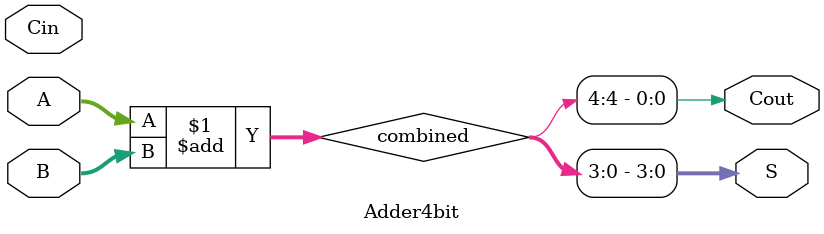
<source format=v>
module Adder4bit 
(
    input [3:0] A,
    input [3:0] B,
    input Cin,
    output [3:0] S,
    output Cout
);

    wire [4:0] combined;
    assign combined = A+B;
    assign Cout = combined[4];
    assign S = combined[3:0];
    
endmodule
</source>
